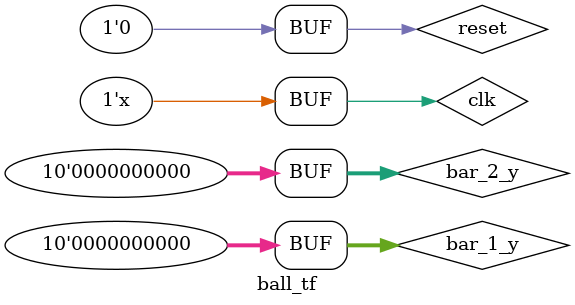
<source format=v>
`timescale 1ns / 1ps


module ball_tf;

	// Inputs
	reg clk;
	reg reset;
	reg [9:0] bar_1_y;
	reg [9:0] bar_2_y;

	// Outputs
	wire [10:0] x;
	wire [9:0] y;
	wire point_1;
	wire point_2;

	// Instantiate the Unit Under Test (UUT)
	ball uut (
		.clk(clk), 
		.reset(reset), 
		.bar_1_y(bar_1_y), 
		.bar_2_y(bar_2_y), 
		.x(x), 
		.y(y), 
		.point_1(point_1), 
		.point_2(point_2)
	);

	initial begin
		// Initialize Inputs
		clk = 0;
		reset = 1;
		bar_1_y = 0;
		bar_2_y = 0;

		// Wait 100 ns for global reset to finish
		#100;
        
		// Add stimulus here
		reset = 0;
	end
	
	always
	#1  clk = ~clk;
      
endmodule


</source>
